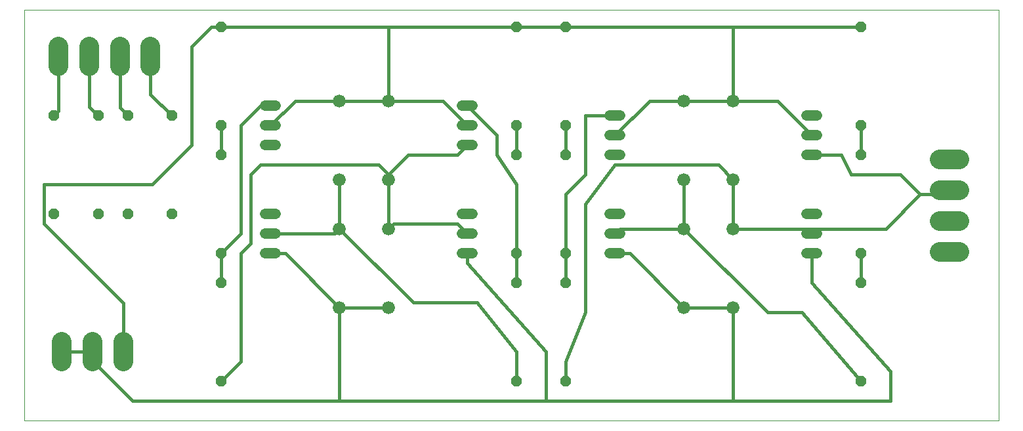
<source format=gtl>
G75*
G70*
%OFA0B0*%
%FSLAX24Y24*%
%IPPOS*%
%LPD*%
%AMOC8*
5,1,8,0,0,1.08239X$1,22.5*
%
%ADD10C,0.0000*%
%ADD11C,0.0546*%
%ADD12C,0.0660*%
%ADD13OC8,0.0520*%
%ADD14C,0.0990*%
%ADD15C,0.0160*%
D10*
X000101Y000625D02*
X000101Y021495D01*
X049593Y021495D01*
X049593Y000625D01*
X000101Y000625D01*
D11*
X012328Y009121D02*
X012874Y009121D01*
X012874Y010125D02*
X012328Y010125D01*
X012328Y011129D02*
X012874Y011129D01*
X012874Y014621D02*
X012328Y014621D01*
X012328Y015625D02*
X012874Y015625D01*
X012874Y016629D02*
X012328Y016629D01*
X022328Y016629D02*
X022874Y016629D01*
X022874Y015625D02*
X022328Y015625D01*
X022328Y014621D02*
X022874Y014621D01*
X029828Y014121D02*
X030374Y014121D01*
X030374Y015125D02*
X029828Y015125D01*
X029828Y016129D02*
X030374Y016129D01*
X039828Y016129D02*
X040374Y016129D01*
X040374Y015125D02*
X039828Y015125D01*
X039828Y014121D02*
X040374Y014121D01*
X040374Y011129D02*
X039828Y011129D01*
X039828Y010125D02*
X040374Y010125D01*
X040374Y009121D02*
X039828Y009121D01*
X030374Y009121D02*
X029828Y009121D01*
X029828Y010125D02*
X030374Y010125D01*
X030374Y011129D02*
X029828Y011129D01*
X022874Y011129D02*
X022328Y011129D01*
X022328Y010125D02*
X022874Y010125D01*
X022874Y009121D02*
X022328Y009121D01*
D12*
X018601Y010375D03*
X016101Y010375D03*
X016101Y012875D03*
X018601Y012875D03*
X018601Y016875D03*
X016101Y016875D03*
X033601Y016875D03*
X036101Y016875D03*
X036101Y012875D03*
X033601Y012875D03*
X033601Y010375D03*
X036101Y010375D03*
X036101Y006375D03*
X033601Y006375D03*
X018601Y006375D03*
X016101Y006375D03*
D13*
X010101Y007625D03*
X010101Y009125D03*
X007601Y011125D03*
X005351Y011125D03*
X003851Y011125D03*
X001601Y011125D03*
X010101Y014125D03*
X010101Y015625D03*
X007601Y016125D03*
X005351Y016125D03*
X003851Y016125D03*
X001601Y016125D03*
X010101Y020625D03*
X025101Y020625D03*
X027601Y020625D03*
X027601Y015625D03*
X025101Y015625D03*
X025101Y014125D03*
X027601Y014125D03*
X027601Y009125D03*
X025101Y009125D03*
X025101Y007625D03*
X027601Y007625D03*
X027601Y002625D03*
X025101Y002625D03*
X010101Y002625D03*
X042601Y002625D03*
X042601Y007625D03*
X042601Y009125D03*
X042601Y014125D03*
X042601Y015625D03*
X042601Y020625D03*
D14*
X046606Y013895D02*
X047596Y013895D01*
X047596Y012335D02*
X046606Y012335D01*
X046606Y010775D02*
X047596Y010775D01*
X047596Y009215D02*
X046606Y009215D01*
X006511Y018630D02*
X006511Y019620D01*
X004951Y019620D02*
X004951Y018630D01*
X003391Y018630D02*
X003391Y019620D01*
X001831Y019620D02*
X001831Y018630D01*
X002001Y004620D02*
X002001Y003630D01*
X003561Y003630D02*
X003561Y004620D01*
X005121Y004620D02*
X005121Y003630D01*
D15*
X005121Y004125D02*
X005121Y006605D01*
X001101Y010625D01*
X001101Y012625D01*
X006601Y012625D01*
X008601Y014625D01*
X008601Y019625D01*
X009601Y020625D01*
X010101Y020625D01*
X025101Y020625D01*
X018601Y020625D01*
X018601Y016875D01*
X021351Y016875D01*
X022601Y015625D01*
X022601Y016629D02*
X024101Y015129D01*
X024101Y014125D01*
X025101Y012625D01*
X025101Y009125D01*
X025101Y007625D01*
X023101Y006625D02*
X019851Y006625D01*
X016101Y010375D01*
X015851Y010125D01*
X012601Y010125D01*
X011601Y009625D02*
X011601Y013125D01*
X012101Y013625D01*
X018101Y013625D01*
X018601Y013125D01*
X019601Y014125D01*
X022101Y014125D01*
X022597Y014621D01*
X022601Y014621D01*
X025101Y014125D02*
X025101Y015625D01*
X027601Y015625D02*
X027601Y014125D01*
X028601Y013125D02*
X028601Y016125D01*
X028605Y016129D01*
X030101Y016129D01*
X030101Y015125D02*
X031851Y016875D01*
X033601Y016875D01*
X036101Y016875D01*
X038351Y016875D01*
X040101Y015125D01*
X040101Y014121D02*
X041605Y014121D01*
X042101Y013125D01*
X044601Y013125D01*
X045601Y012125D01*
X046891Y012125D01*
X047101Y012335D01*
X045601Y012125D02*
X043851Y010375D01*
X039851Y010375D01*
X040101Y010125D01*
X039851Y010375D02*
X036101Y010375D01*
X036101Y012875D01*
X035351Y013625D01*
X030101Y013625D01*
X028601Y011625D01*
X028601Y006125D01*
X027601Y003625D01*
X027601Y002625D01*
X026601Y001625D02*
X016101Y001625D01*
X016101Y006375D01*
X013355Y009121D01*
X012601Y009121D01*
X011601Y009625D02*
X011101Y009125D01*
X011101Y003625D01*
X010101Y002625D01*
X005601Y001625D02*
X016101Y001625D01*
X023101Y006625D02*
X025101Y004125D01*
X025101Y002625D01*
X026601Y001625D02*
X036101Y001625D01*
X036101Y006375D01*
X033601Y006375D01*
X030855Y009121D01*
X030101Y009121D01*
X030101Y010125D02*
X030351Y010375D01*
X033601Y010375D01*
X037851Y006125D01*
X039601Y006125D01*
X042601Y002625D01*
X044101Y003125D02*
X044101Y001625D01*
X036101Y001625D01*
X040101Y007625D02*
X044101Y003125D01*
X042601Y007625D02*
X042601Y009125D01*
X040101Y009121D02*
X040101Y007625D01*
X033601Y010375D02*
X033601Y012875D01*
X028601Y013125D02*
X027601Y012125D01*
X027601Y009125D01*
X027601Y007625D01*
X026601Y004125D02*
X022601Y008625D01*
X022601Y009121D01*
X022601Y010125D02*
X022101Y010625D01*
X018851Y010625D01*
X018601Y010375D01*
X018601Y012875D01*
X018601Y013125D01*
X016101Y012875D02*
X016101Y010375D01*
X011101Y010125D02*
X011101Y015625D01*
X012105Y016629D01*
X012601Y016629D01*
X012601Y015625D02*
X013851Y016875D01*
X016101Y016875D01*
X018601Y016875D01*
X025101Y020625D02*
X027601Y020625D01*
X036101Y020625D01*
X036101Y016875D01*
X042601Y015625D02*
X042601Y014125D01*
X042601Y020625D02*
X036101Y020625D01*
X011101Y010125D02*
X010101Y009125D01*
X010101Y007625D01*
X016101Y006375D02*
X018601Y006375D01*
X026601Y004125D02*
X026601Y001625D01*
X005601Y001625D02*
X003561Y003665D01*
X003561Y004125D01*
X002001Y004125D01*
X010101Y014125D02*
X010101Y015625D01*
X007601Y016125D02*
X006511Y017215D01*
X006511Y019125D01*
X004951Y019125D02*
X004951Y016525D01*
X005351Y016125D01*
X003851Y016125D02*
X003391Y016585D01*
X003391Y019125D01*
X001831Y019125D02*
X001831Y016355D01*
X001601Y016125D01*
M02*

</source>
